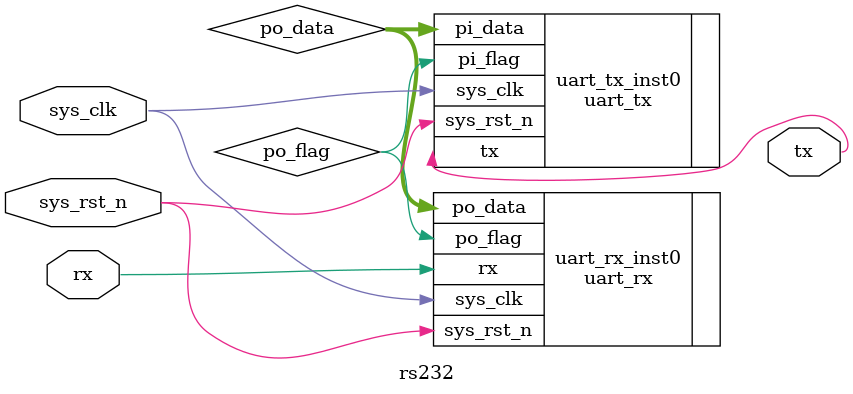
<source format=v>
module rs232 #(
parameter UART_BPS = 'd9600, //uart baud rate
parameter CLK_FREQ = 'd50_000_000 //clk freq
)
(
   input wire sys_clk, sys_rst_n, rx,

   output wire tx
);

wire [7:0] po_data;
wire po_flag;

uart_rx uart_rx_inst0 (
   .sys_clk(sys_clk),
   .sys_rst_n(sys_rst_n),
   .rx(rx),

   .po_flag(po_flag),
   .po_data(po_data)
);

uart_tx uart_tx_inst0 (
   .sys_clk(sys_clk),
   .sys_rst_n(sys_rst_n),
   .pi_flag(po_flag),
   .pi_data(po_data),

   .tx(tx)
);

endmodule
</source>
